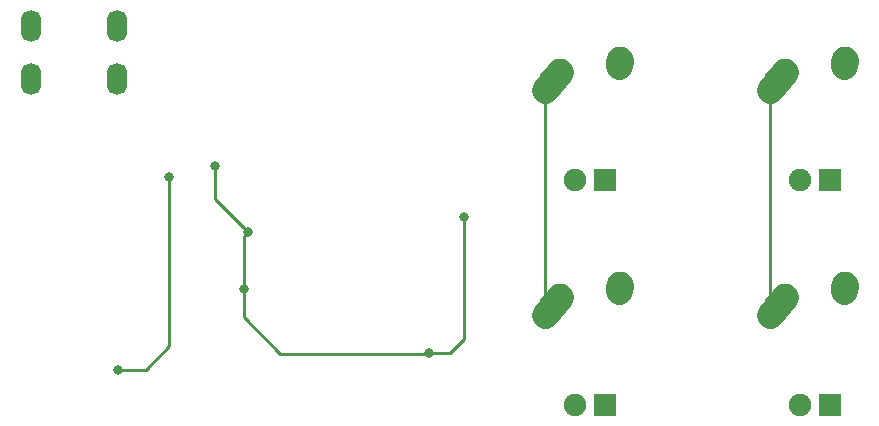
<source format=gtl>
G04 #@! TF.GenerationSoftware,KiCad,Pcbnew,(5.1.4)-1*
G04 #@! TF.CreationDate,2021-01-24T19:33:32+11:00*
G04 #@! TF.ProjectId,aio3 PCB guide,61696f33-2050-4434-9220-67756964652e,rev?*
G04 #@! TF.SameCoordinates,Original*
G04 #@! TF.FileFunction,Copper,L1,Top*
G04 #@! TF.FilePolarity,Positive*
%FSLAX46Y46*%
G04 Gerber Fmt 4.6, Leading zero omitted, Abs format (unit mm)*
G04 Created by KiCad (PCBNEW (5.1.4)-1) date 2021-01-24 19:33:32*
%MOMM*%
%LPD*%
G04 APERTURE LIST*
%ADD10O,1.700000X2.700000*%
%ADD11R,1.905000X1.905000*%
%ADD12C,1.905000*%
%ADD13C,2.250000*%
%ADD14C,2.250000*%
%ADD15C,0.800000*%
%ADD16C,0.254000*%
G04 APERTURE END LIST*
D10*
X78900000Y-50537500D03*
X86200000Y-50537500D03*
X86200000Y-46037500D03*
X78900000Y-46037500D03*
D11*
X146526250Y-78105000D03*
D12*
X143986250Y-78105000D03*
D13*
X142756250Y-69025000D03*
X142101251Y-69755000D03*
D14*
X141446250Y-70485000D02*
X142756252Y-69025000D01*
D13*
X147796250Y-67945000D03*
X147776250Y-68235000D03*
D14*
X147756250Y-68525000D02*
X147796250Y-67945000D01*
D11*
X127476250Y-78105000D03*
D12*
X124936250Y-78105000D03*
D13*
X123706250Y-69025000D03*
X123051251Y-69755000D03*
D14*
X122396250Y-70485000D02*
X123706252Y-69025000D01*
D13*
X128746250Y-67945000D03*
X128726250Y-68235000D03*
D14*
X128706250Y-68525000D02*
X128746250Y-67945000D01*
D11*
X127476250Y-59055000D03*
D12*
X124936250Y-59055000D03*
D13*
X123706250Y-49975000D03*
X123051251Y-50705000D03*
D14*
X122396250Y-51435000D02*
X123706252Y-49975000D01*
D13*
X128746250Y-48895000D03*
X128726250Y-49185000D03*
D14*
X128706250Y-49475000D02*
X128746250Y-48895000D01*
D11*
X146526250Y-59055000D03*
D12*
X143986250Y-59055000D03*
D13*
X142756250Y-49975000D03*
X142101251Y-50705000D03*
D14*
X141446250Y-51435000D02*
X142756252Y-49975000D01*
D13*
X147796250Y-48895000D03*
X147776250Y-49185000D03*
D14*
X147756250Y-49475000D02*
X147796250Y-48895000D01*
D15*
X96919375Y-68344375D03*
X97283500Y-63500000D03*
X94456250Y-57943750D03*
X112595308Y-73701558D03*
X115572500Y-62227500D03*
X86256250Y-75143750D03*
X90606250Y-58856250D03*
D16*
X94456250Y-57943750D02*
X94456250Y-60672750D01*
X96919375Y-68344375D02*
X96919375Y-70725625D01*
X96919375Y-70725625D02*
X100012500Y-73818750D01*
X100012500Y-73818750D02*
X112712500Y-73818750D01*
X112712500Y-73818750D02*
X112595308Y-73701558D01*
X115572500Y-62227500D02*
X115572500Y-72546250D01*
X114417192Y-73701558D02*
X112595308Y-73701558D01*
X115572500Y-72546250D02*
X114417192Y-73701558D01*
X96919375Y-63864125D02*
X97283500Y-63500000D01*
X96919375Y-68344375D02*
X96919375Y-63864125D01*
X94456250Y-60672750D02*
X97283500Y-63500000D01*
X122396250Y-51285000D02*
X122396250Y-51435000D01*
X122396250Y-70485000D02*
X122396250Y-51285000D01*
X141446250Y-51435000D02*
X141446250Y-51752500D01*
X141446250Y-70485000D02*
X141446250Y-51435000D01*
X90606250Y-73175000D02*
X90606250Y-58856250D01*
X86256250Y-75143750D02*
X88637500Y-75143750D01*
X88637500Y-75143750D02*
X90606250Y-73175000D01*
M02*

</source>
